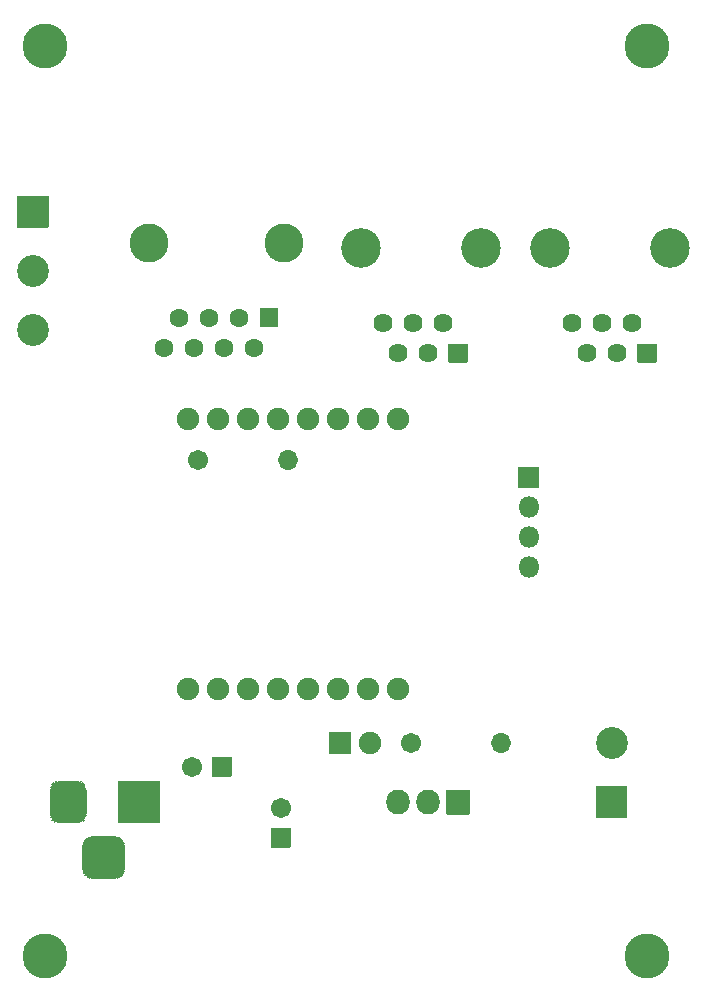
<source format=gbr>
G04 #@! TF.GenerationSoftware,KiCad,Pcbnew,(5.1.10)-1*
G04 #@! TF.CreationDate,2021-07-03T12:02:10-04:00*
G04 #@! TF.ProjectId,Weather_Wemos,57656174-6865-4725-9f57-656d6f732e6b,v1*
G04 #@! TF.SameCoordinates,Original*
G04 #@! TF.FileFunction,Soldermask,Top*
G04 #@! TF.FilePolarity,Negative*
%FSLAX46Y46*%
G04 Gerber Fmt 4.6, Leading zero omitted, Abs format (unit mm)*
G04 Created by KiCad (PCBNEW (5.1.10)-1) date 2021-07-03 12:02:10*
%MOMM*%
%LPD*%
G01*
G04 APERTURE LIST*
%ADD10C,2.702000*%
%ADD11O,1.802000X1.802000*%
%ADD12O,2.007000X2.102000*%
%ADD13O,1.702000X1.702000*%
%ADD14C,1.702000*%
%ADD15C,3.302000*%
%ADD16C,1.602000*%
%ADD17C,3.352000*%
%ADD18C,1.622000*%
%ADD19C,3.802000*%
%ADD20C,1.902000*%
%ADD21C,0.100000*%
G04 APERTURE END LIST*
G36*
G01*
X122700000Y-75649000D02*
X125300000Y-75649000D01*
G75*
G02*
X125351000Y-75700000I0J-51000D01*
G01*
X125351000Y-78300000D01*
G75*
G02*
X125300000Y-78351000I-51000J0D01*
G01*
X122700000Y-78351000D01*
G75*
G02*
X122649000Y-78300000I0J51000D01*
G01*
X122649000Y-75700000D01*
G75*
G02*
X122700000Y-75649000I51000J0D01*
G01*
G37*
D10*
X124000000Y-82000000D03*
X124000000Y-87000000D03*
D11*
X166000000Y-107120000D03*
X166000000Y-104580000D03*
X166000000Y-102040000D03*
G36*
G01*
X165099000Y-100350000D02*
X165099000Y-98650000D01*
G75*
G02*
X165150000Y-98599000I51000J0D01*
G01*
X166850000Y-98599000D01*
G75*
G02*
X166901000Y-98650000I0J-51000D01*
G01*
X166901000Y-100350000D01*
G75*
G02*
X166850000Y-100401000I-51000J0D01*
G01*
X165150000Y-100401000D01*
G75*
G02*
X165099000Y-100350000I0J51000D01*
G01*
G37*
G36*
G01*
X128199000Y-132600500D02*
X128199000Y-130799500D01*
G75*
G02*
X129099500Y-129899000I900500J0D01*
G01*
X130900500Y-129899000D01*
G75*
G02*
X131801000Y-130799500I0J-900500D01*
G01*
X131801000Y-132600500D01*
G75*
G02*
X130900500Y-133501000I-900500J0D01*
G01*
X129099500Y-133501000D01*
G75*
G02*
X128199000Y-132600500I0J900500D01*
G01*
G37*
G36*
G01*
X125449000Y-128025500D02*
X125449000Y-125974500D01*
G75*
G02*
X126224500Y-125199000I775500J0D01*
G01*
X127775500Y-125199000D01*
G75*
G02*
X128551000Y-125974500I0J-775500D01*
G01*
X128551000Y-128025500D01*
G75*
G02*
X127775500Y-128801000I-775500J0D01*
G01*
X126224500Y-128801000D01*
G75*
G02*
X125449000Y-128025500I0J775500D01*
G01*
G37*
G36*
G01*
X131199000Y-128750000D02*
X131199000Y-125250000D01*
G75*
G02*
X131250000Y-125199000I51000J0D01*
G01*
X134750000Y-125199000D01*
G75*
G02*
X134801000Y-125250000I0J-51000D01*
G01*
X134801000Y-128750000D01*
G75*
G02*
X134750000Y-128801000I-51000J0D01*
G01*
X131250000Y-128801000D01*
G75*
G02*
X131199000Y-128750000I0J51000D01*
G01*
G37*
D12*
X154920000Y-127000000D03*
X157460000Y-127000000D03*
G36*
G01*
X161003500Y-126000000D02*
X161003500Y-128000000D01*
G75*
G02*
X160952500Y-128051000I-51000J0D01*
G01*
X159047500Y-128051000D01*
G75*
G02*
X158996500Y-128000000I0J51000D01*
G01*
X158996500Y-126000000D01*
G75*
G02*
X159047500Y-125949000I51000J0D01*
G01*
X160952500Y-125949000D01*
G75*
G02*
X161003500Y-126000000I0J-51000D01*
G01*
G37*
D13*
X163620000Y-122000000D03*
D14*
X156000000Y-122000000D03*
D13*
X145620000Y-98000000D03*
D14*
X138000000Y-98000000D03*
D15*
X133840000Y-79650000D03*
X145270000Y-79650000D03*
G36*
G01*
X144801000Y-85250000D02*
X144801000Y-86750000D01*
G75*
G02*
X144750000Y-86801000I-51000J0D01*
G01*
X143250000Y-86801000D01*
G75*
G02*
X143199000Y-86750000I0J51000D01*
G01*
X143199000Y-85250000D01*
G75*
G02*
X143250000Y-85199000I51000J0D01*
G01*
X144750000Y-85199000D01*
G75*
G02*
X144801000Y-85250000I0J-51000D01*
G01*
G37*
D16*
X142730000Y-88540000D03*
X141460000Y-86000000D03*
X140190000Y-88540000D03*
X138920000Y-86000000D03*
X137650000Y-88540000D03*
X136380000Y-86000000D03*
X135110000Y-88540000D03*
D17*
X151750000Y-80110000D03*
D18*
X153650000Y-86460000D03*
X154920000Y-89000000D03*
X156190000Y-86460000D03*
X157460000Y-89000000D03*
X158730000Y-86460000D03*
D17*
X161910000Y-80110000D03*
G36*
G01*
X160811000Y-88239999D02*
X160811000Y-89760001D01*
G75*
G02*
X160760001Y-89811000I-50999J0D01*
G01*
X159239999Y-89811000D01*
G75*
G02*
X159189000Y-89760001I0J50999D01*
G01*
X159189000Y-88239999D01*
G75*
G02*
X159239999Y-88189000I50999J0D01*
G01*
X160760001Y-88189000D01*
G75*
G02*
X160811000Y-88239999I0J-50999D01*
G01*
G37*
X167750000Y-80110000D03*
D18*
X169650000Y-86460000D03*
X170920000Y-89000000D03*
X172190000Y-86460000D03*
X173460000Y-89000000D03*
X174730000Y-86460000D03*
D17*
X177910000Y-80110000D03*
G36*
G01*
X176811000Y-88239999D02*
X176811000Y-89760001D01*
G75*
G02*
X176760001Y-89811000I-50999J0D01*
G01*
X175239999Y-89811000D01*
G75*
G02*
X175189000Y-89760001I0J50999D01*
G01*
X175189000Y-88239999D01*
G75*
G02*
X175239999Y-88189000I50999J0D01*
G01*
X176760001Y-88189000D01*
G75*
G02*
X176811000Y-88239999I0J-50999D01*
G01*
G37*
D19*
X125000000Y-140000000D03*
X176000000Y-63000000D03*
X125000000Y-63000000D03*
X176000000Y-140000000D03*
D20*
X152540000Y-122000000D03*
G36*
G01*
X149049000Y-122900000D02*
X149049000Y-121100000D01*
G75*
G02*
X149100000Y-121049000I51000J0D01*
G01*
X150900000Y-121049000D01*
G75*
G02*
X150951000Y-121100000I0J-51000D01*
G01*
X150951000Y-122900000D01*
G75*
G02*
X150900000Y-122951000I-51000J0D01*
G01*
X149100000Y-122951000D01*
G75*
G02*
X149049000Y-122900000I0J51000D01*
G01*
G37*
D14*
X137500000Y-124000000D03*
G36*
G01*
X140851000Y-123200000D02*
X140851000Y-124800000D01*
G75*
G02*
X140800000Y-124851000I-51000J0D01*
G01*
X139200000Y-124851000D01*
G75*
G02*
X139149000Y-124800000I0J51000D01*
G01*
X139149000Y-123200000D01*
G75*
G02*
X139200000Y-123149000I51000J0D01*
G01*
X140800000Y-123149000D01*
G75*
G02*
X140851000Y-123200000I0J-51000D01*
G01*
G37*
X145000000Y-127500000D03*
G36*
G01*
X145800000Y-130851000D02*
X144200000Y-130851000D01*
G75*
G02*
X144149000Y-130800000I0J51000D01*
G01*
X144149000Y-129200000D01*
G75*
G02*
X144200000Y-129149000I51000J0D01*
G01*
X145800000Y-129149000D01*
G75*
G02*
X145851000Y-129200000I0J-51000D01*
G01*
X145851000Y-130800000D01*
G75*
G02*
X145800000Y-130851000I-51000J0D01*
G01*
G37*
D20*
X137110000Y-94570000D03*
X137110000Y-117430000D03*
X139650000Y-94570000D03*
X139650000Y-117430000D03*
X142190000Y-94570000D03*
X142190000Y-117430000D03*
X144730000Y-94570000D03*
X144730000Y-117430000D03*
X147270000Y-94570000D03*
X147270000Y-117430000D03*
X149810000Y-94570000D03*
X149810000Y-117430000D03*
X152350000Y-94570000D03*
X152350000Y-117430000D03*
X154890000Y-94570000D03*
X154890000Y-117430000D03*
D10*
X173000000Y-122000000D03*
G36*
G01*
X174300000Y-128351000D02*
X171700000Y-128351000D01*
G75*
G02*
X171649000Y-128300000I0J51000D01*
G01*
X171649000Y-125700000D01*
G75*
G02*
X171700000Y-125649000I51000J0D01*
G01*
X174300000Y-125649000D01*
G75*
G02*
X174351000Y-125700000I0J-51000D01*
G01*
X174351000Y-128300000D01*
G75*
G02*
X174300000Y-128351000I-51000J0D01*
G01*
G37*
D21*
G36*
X128200990Y-132600304D02*
G01*
X128218273Y-132775784D01*
X128269403Y-132944337D01*
X128352433Y-133099675D01*
X128464171Y-133235829D01*
X128600325Y-133347567D01*
X128755663Y-133430597D01*
X128924216Y-133481727D01*
X129099696Y-133499010D01*
X129101322Y-133500175D01*
X129101126Y-133502165D01*
X129099500Y-133503000D01*
X129043140Y-133503000D01*
X129042944Y-133502990D01*
X128873438Y-133486295D01*
X128873053Y-133486219D01*
X128715959Y-133438565D01*
X128715597Y-133438415D01*
X128570826Y-133361033D01*
X128570500Y-133360815D01*
X128443603Y-133256674D01*
X128443326Y-133256397D01*
X128339185Y-133129500D01*
X128338967Y-133129174D01*
X128261585Y-132984403D01*
X128261435Y-132984041D01*
X128213781Y-132826947D01*
X128213705Y-132826562D01*
X128197010Y-132657056D01*
X128197000Y-132656860D01*
X128197000Y-132600500D01*
X128198000Y-132598768D01*
X128200000Y-132598768D01*
X128200990Y-132600304D01*
G37*
G36*
X131802165Y-132598874D02*
G01*
X131803000Y-132600500D01*
X131803000Y-132656860D01*
X131802990Y-132657056D01*
X131786295Y-132826562D01*
X131786219Y-132826947D01*
X131738565Y-132984041D01*
X131738415Y-132984403D01*
X131661033Y-133129174D01*
X131660815Y-133129500D01*
X131556674Y-133256397D01*
X131556397Y-133256674D01*
X131429500Y-133360815D01*
X131429174Y-133361033D01*
X131284403Y-133438415D01*
X131284041Y-133438565D01*
X131126947Y-133486219D01*
X131126562Y-133486295D01*
X130957056Y-133502990D01*
X130956860Y-133503000D01*
X130900500Y-133503000D01*
X130898768Y-133502000D01*
X130898768Y-133500000D01*
X130900304Y-133499010D01*
X131075784Y-133481727D01*
X131244337Y-133430597D01*
X131399675Y-133347567D01*
X131535829Y-133235829D01*
X131647567Y-133099675D01*
X131730597Y-132944337D01*
X131781727Y-132775784D01*
X131799010Y-132600304D01*
X131800175Y-132598678D01*
X131802165Y-132598874D01*
G37*
G36*
X129101232Y-129898000D02*
G01*
X129101232Y-129900000D01*
X129099696Y-129900990D01*
X128924216Y-129918273D01*
X128755663Y-129969403D01*
X128600325Y-130052433D01*
X128464171Y-130164171D01*
X128352433Y-130300325D01*
X128269403Y-130455663D01*
X128218273Y-130624216D01*
X128200990Y-130799696D01*
X128199825Y-130801322D01*
X128197835Y-130801126D01*
X128197000Y-130799500D01*
X128197000Y-130743140D01*
X128197010Y-130742944D01*
X128213705Y-130573438D01*
X128213781Y-130573053D01*
X128261435Y-130415959D01*
X128261585Y-130415597D01*
X128338967Y-130270826D01*
X128339185Y-130270500D01*
X128443326Y-130143603D01*
X128443603Y-130143326D01*
X128570500Y-130039185D01*
X128570826Y-130038967D01*
X128715597Y-129961585D01*
X128715959Y-129961435D01*
X128873053Y-129913781D01*
X128873438Y-129913705D01*
X129042944Y-129897010D01*
X129043140Y-129897000D01*
X129099500Y-129897000D01*
X129101232Y-129898000D01*
G37*
G36*
X130957056Y-129897010D02*
G01*
X131126562Y-129913705D01*
X131126947Y-129913781D01*
X131284041Y-129961435D01*
X131284403Y-129961585D01*
X131429174Y-130038967D01*
X131429500Y-130039185D01*
X131556397Y-130143326D01*
X131556674Y-130143603D01*
X131660815Y-130270500D01*
X131661033Y-130270826D01*
X131738415Y-130415597D01*
X131738565Y-130415959D01*
X131786219Y-130573053D01*
X131786295Y-130573438D01*
X131802990Y-130742944D01*
X131803000Y-130743140D01*
X131803000Y-130799500D01*
X131802000Y-130801232D01*
X131800000Y-130801232D01*
X131799010Y-130799696D01*
X131781727Y-130624216D01*
X131730597Y-130455663D01*
X131647567Y-130300325D01*
X131535829Y-130164171D01*
X131399675Y-130052433D01*
X131244337Y-129969403D01*
X131075784Y-129918273D01*
X130900304Y-129900990D01*
X130898678Y-129899825D01*
X130898874Y-129897835D01*
X130900500Y-129897000D01*
X130956860Y-129897000D01*
X130957056Y-129897010D01*
G37*
G36*
X125450990Y-128025304D02*
G01*
X125465871Y-128176398D01*
X125509888Y-128321502D01*
X125581366Y-128455229D01*
X125677560Y-128572440D01*
X125794771Y-128668634D01*
X125928498Y-128740112D01*
X126073602Y-128784129D01*
X126224696Y-128799010D01*
X126226322Y-128800175D01*
X126226126Y-128802165D01*
X126224500Y-128803000D01*
X126168140Y-128803000D01*
X126167944Y-128802990D01*
X126022825Y-128788697D01*
X126022440Y-128788621D01*
X125888794Y-128748080D01*
X125888432Y-128747930D01*
X125765273Y-128682100D01*
X125764947Y-128681882D01*
X125656991Y-128593286D01*
X125656714Y-128593009D01*
X125568118Y-128485053D01*
X125567900Y-128484727D01*
X125502070Y-128361568D01*
X125501920Y-128361206D01*
X125461379Y-128227560D01*
X125461303Y-128227175D01*
X125447010Y-128082056D01*
X125447000Y-128081860D01*
X125447000Y-128025500D01*
X125448000Y-128023768D01*
X125450000Y-128023768D01*
X125450990Y-128025304D01*
G37*
G36*
X128552165Y-128023874D02*
G01*
X128553000Y-128025500D01*
X128553000Y-128081860D01*
X128552990Y-128082056D01*
X128538697Y-128227175D01*
X128538621Y-128227560D01*
X128498080Y-128361206D01*
X128497930Y-128361568D01*
X128432100Y-128484727D01*
X128431882Y-128485053D01*
X128343286Y-128593009D01*
X128343009Y-128593286D01*
X128235053Y-128681882D01*
X128234727Y-128682100D01*
X128111568Y-128747930D01*
X128111206Y-128748080D01*
X127977560Y-128788621D01*
X127977175Y-128788697D01*
X127832056Y-128802990D01*
X127831860Y-128803000D01*
X127775500Y-128803000D01*
X127773768Y-128802000D01*
X127773768Y-128800000D01*
X127775304Y-128799010D01*
X127926398Y-128784129D01*
X128071502Y-128740112D01*
X128205229Y-128668634D01*
X128322440Y-128572440D01*
X128418634Y-128455229D01*
X128490112Y-128321502D01*
X128534129Y-128176398D01*
X128549010Y-128025304D01*
X128550175Y-128023678D01*
X128552165Y-128023874D01*
G37*
G36*
X126226232Y-125198000D02*
G01*
X126226232Y-125200000D01*
X126224696Y-125200990D01*
X126073602Y-125215871D01*
X125928498Y-125259888D01*
X125794771Y-125331366D01*
X125677560Y-125427560D01*
X125581366Y-125544771D01*
X125509888Y-125678498D01*
X125465871Y-125823602D01*
X125450990Y-125974696D01*
X125449825Y-125976322D01*
X125447835Y-125976126D01*
X125447000Y-125974500D01*
X125447000Y-125918140D01*
X125447010Y-125917944D01*
X125461303Y-125772825D01*
X125461379Y-125772440D01*
X125501920Y-125638794D01*
X125502070Y-125638432D01*
X125567900Y-125515273D01*
X125568118Y-125514947D01*
X125656714Y-125406991D01*
X125656991Y-125406714D01*
X125764947Y-125318118D01*
X125765273Y-125317900D01*
X125888432Y-125252070D01*
X125888794Y-125251920D01*
X126022440Y-125211379D01*
X126022825Y-125211303D01*
X126167944Y-125197010D01*
X126168140Y-125197000D01*
X126224500Y-125197000D01*
X126226232Y-125198000D01*
G37*
G36*
X127832056Y-125197010D02*
G01*
X127977175Y-125211303D01*
X127977560Y-125211379D01*
X128111206Y-125251920D01*
X128111568Y-125252070D01*
X128234727Y-125317900D01*
X128235053Y-125318118D01*
X128343009Y-125406714D01*
X128343286Y-125406991D01*
X128431882Y-125514947D01*
X128432100Y-125515273D01*
X128497930Y-125638432D01*
X128498080Y-125638794D01*
X128538621Y-125772440D01*
X128538697Y-125772825D01*
X128552990Y-125917944D01*
X128553000Y-125918140D01*
X128553000Y-125974500D01*
X128552000Y-125976232D01*
X128550000Y-125976232D01*
X128549010Y-125974696D01*
X128534129Y-125823602D01*
X128490112Y-125678498D01*
X128418634Y-125544771D01*
X128322440Y-125427560D01*
X128205229Y-125331366D01*
X128071502Y-125259888D01*
X127926398Y-125215871D01*
X127775304Y-125200990D01*
X127773678Y-125199825D01*
X127773874Y-125197835D01*
X127775500Y-125197000D01*
X127831860Y-125197000D01*
X127832056Y-125197010D01*
G37*
M02*

</source>
